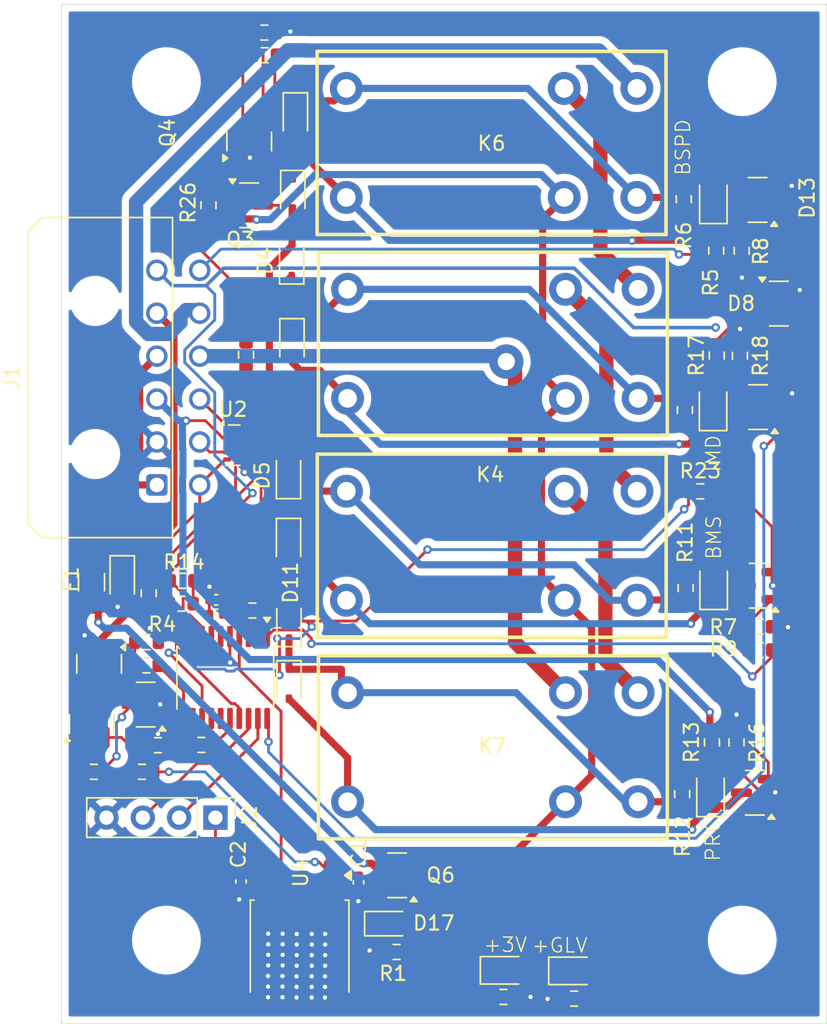
<source format=kicad_pcb>
(kicad_pcb (version 20241229) (generator "pcbnew") (generator_version "9.0")
  (layers (0 "F.Cu" signal) (2 "B.Cu" signal) (13 "F.Paste" user) (15 "B.Paste" user) (5 "F.SilkS" user "F.Silkscreen") (7 "B.SilkS" user "B.Silkscreen") (1 "F.Mask" user) (3 "B.Mask" user) (25 "Edge.Cuts" user))
  (net 0 "")
  (net 1 "GND")
  (net 2 "No_Faults")
  (net 3 "Net-(D5-K)")
  (net 4 "Net-(K5-Pad4)")
  (net 5 "SDC 2")
  (net 6 "/Drain_BMS")
  (net 7 "SDC 1")
  (net 8 "Net-(K4-Pad4)")
  (net 9 "/Drain_BSPD")
  (net 10 "Net-(D1-K)")
  (net 11 "Net-(D3-K)")
  (net 12 "/Drain_IMD")
  (net 13 "BSPD Fault")
  (net 14 "BMS Fault")
  (net 15 "Reset")
  (net 16 "Net-(Q10-G)")
  (net 17 "IMD_Gate")
  (net 18 "BSPD_gate")
  (net 19 "IMD Fault")
  (net 20 "Net-(K4-Pad5)")
  (net 21 "/Drain_Precharge")
  (net 22 "Net-(D10-K)")
  (net 23 "+3.3V")
  (net 24 "Net-(D11-A)")
  (net 25 "SWDIO")
  (net 26 "SWCLK")
  (net 27 "Reset_Latch")
  (net 30 "Net-(3V1-Pad1)")
  (net 31 "Net-(D13-A)")
  (net 32 "Net-(D14-A)")
  (net 33 "Net-(D15-A)")
  (net 34 "Net-(D16-A)")
  (net 35 "Net-(D17-A)")
  (net 36 "BAT+")
  (net 37 "Net-(Q6-D)")
  (net 38 "Net-(GLV1-Pad1)")
  (net 39 "Precharge_fault")
  (net 40 "BMS_Gate")
  (net 41 "Net-(Q9-G)")
  (net 42 "Net-(Q5-G)")
  (net 43 "Net-(Q8-G)")
  (net 44 "Net-(U5-PA4)")
  (net 46 "Net-(U5-PA9{slash}PA11)")
  (net 47 "GLV+")
  (net 48 "Net-(Q3-G)")
  (net 49 "Net-(Q4-G)")
  (net 50 "Net-(Q4-D)")
  (net 51 "Net-(Q11-G)")
  (net 54 "unconnected-(U5-PA3-Pad10)")
  (net 58 "Net-(U5-PA10{slash}PA12)")
  (net 59 "Net-(Q8-D)")
  (net 60 "Net-(Q12-G)")
  (net 61 "Extra_GPIO_LOW")
  (net 62 "Extra_GPIO_High")
  (net 63 "Net-(U5-PA6)")
  (footprint "Diode_SMD:D_SOD-323" (layer "F.Cu") (at 94.7 66.46 90)
    (property "Reference" "D5")
    (property "Value" "1N4148WX-TP" (hide yes))
  )
  (footprint "Capacitor_SMD:C_0402_1005Metric" (layer "F.Cu") (at 91.3775 94.825 -90)
    (property "Reference" "C2")
    (property "Value" "0.1μF" (hide yes))
  )
  (footprint "Resistor_SMD:R_0603_1608Metric" (layer "F.Cu") (at 87.205 75.41)
    (property "Reference" "R4")
    (property "Value" "10k")
  )
  (footprint "LED_SMD:LED_0805_2012Metric" (layer "F.Cu") (at 124.39 61.6325 90)
    (property "Reference" "D14" (hide yes))
    (property "Value" "IMD" (hide yes))
  )
  (footprint "Package_TO_SOT_SMD:TO-252-2" (layer "F.Cu") (at 95.475 99.435 -90)
    (property "Reference" "U4")
    (property "Value" "UA78M33QDCYRQ1" (hide yes))
  )
  (footprint "Diode_SMD:D_SOD-323" (layer "F.Cu") (at 94.73 76.7975 90)
    (property "Reference" "D11")
    (property "Value" "1N4148WX-TP" (hide yes))
  )
  (footprint "Resistor_SMD:R_0603_1608Metric" (layer "F.Cu") (at 123.495 67.56)
    (property "Reference" "R23")
    (property "Value" "8.3k")
  )
  (footprint "Resistor_SMD:R_0603_1608Metric" (layer "F.Cu") (at 124.31 85.1 90)
    (property "Reference" "R13")
    (property "Value" "47" (hide yes))
  )
  (footprint "Resistor_SMD:R_0603_1608Metric" (layer "F.Cu") (at 114.68 103.01 180)
    (property "Reference" "R21" (hide yes))
    (property "Value" "4.7kΩ" (hide yes))
  )
  (footprint "Resistor_SMD:R_0603_1608Metric" (layer "F.Cu") (at 84.92 74.68 90)
    (property "Reference" "R3" (hide yes))
    (property "Value" "100")
  )
  (footprint "easyeda2kicad:RELAYS-TH_HF42F-XX-2HSX-XXX" (layer "F.Cu") (at 108.9 43.21)
    (property "Reference" "K6")
    (property "Value" "HF42F/012-2HST" (hide yes))
  )
  (footprint "Capacitor_SMD:C_0402_1005Metric" (layer "F.Cu") (at 89.64 75.14 180)
    (property "Reference" "C7" (hide yes))
    (property "Value" "4.7μF" (hide yes))
  )
  (footprint "Package_SO:TSSOP-20_4.4x6.5mm_P0.65mm" (layer "F.Cu") (at 90.28 80.5675 -90)
    (property "Reference" "U5" (hide yes))
    (property "Value" "STM32C011F4Px" (hide yes))
  )
  (footprint "Resistor_SMD:R_0603_1608Metric" (layer "F.Cu") (at 126.03 85.1 -90)
    (property "Reference" "R16")
    (property "Value" "100k" (hide yes))
  )
  (footprint "Resistor_SMD:R_0603_1608Metric" (layer "F.Cu") (at 126.39 50.75 90)
    (property "Reference" "R8")
    (property "Value" "12k" (hide yes))
  )
  (footprint "Resistor_SMD:R_0603_1608Metric" (layer "F.Cu") (at 84.76 79.72 180)
    (property "Reference" "R15" (hide yes))
    (property "Value" "47")
  )
  (footprint "Resistor_SMD:R_0603_1608Metric" (layer "F.Cu") (at 89.1025 47.56 -90)
    (property "Reference" "R26")
    (property "Value" "100k")
  )
  (footprint "easyeda2kicad:RELAYS-TH_HF42F-XX-2HSX-XXX" (layer "F.Cu") (at 108.91 71.36)
    (property "Reference" "K4")
    (property "Value" "HF42F/012-2HST" (hide yes))
  )
  (footprint "LED_SMD:LED_0805_2012Metric" (layer "F.Cu") (at 114.58 101.07)
    (property "Reference" "GLV1" (hide yes))
    (property "Value" "Green" (hide yes))
  )
  (footprint "Package_TO_SOT_SMD:SOT-23" (layer "F.Cu") (at 80.9375 83.82 90)
    (property "Reference" "Q12" (hide yes))
    (property "Value" "AO3407A")
  )
  (footprint "easyeda2kicad:RELAYS-TH_HF42F-XX-2HSX-XXX" (layer "F.Cu") (at 108.99 57.25)
    (property "Reference" "K5" (hide yes))
    (property "Value" "HF42F/012-2HST" (hide yes))
  )
  (footprint "Resistor_SMD:R_0603_1608Metric" (layer "F.Cu") (at 85.57 85.3)
    (property "Reference" "R28" (hide yes))
    (property "Value" "100k" (hide yes))
  )
  (footprint "Resistor_SMD:R_0603_1608Metric" (layer "F.Cu") (at 127.65 77.02 180)
    (property "Reference" "R7")
    (property "Value" "100k")
  )
  (footprint "Diode_SMD:D_SOD-323" (layer "F.Cu") (at 95.18 41.32 -90)
    (property "Reference" "D1" (hide yes))
    (property "Value" "1N4148WX-TP" (hide yes))
  )
  (footprint "Package_TO_SOT_SMD:SOT-23" (layer "F.Cu") (at 91.95 43.11 90)
    (property "Reference" "Q4")
    (property "Value" "AO3400A")
  )
  (footprint "Resistor_SMD:R_0603_1608Metric" (layer "F.Cu") (at 91.73 58.015 90)
    (property "Reference" "R22" (hide yes))
    (property "Value" "47")
  )
  (footprint "Resistor_SMD:R_0603_1608Metric" (layer "F.Cu") (at 93.03 37.08)
    (property "Reference" "R25" (hide yes))
    (property "Value" "47")
  )
  (footprint "LED_SMD:LED_0805_2012Metric" (layer "F.Cu") (at 124.43 74.1325 90)
    (property "Reference" "D15" (hide yes))
    (property "Value" "BMS" (hide yes))
  )
  (footprint "Diode_SMD:D_SOD-323" (layer "F.Cu") (at 94.73 81 -90)
    (property "Reference" "D10" (hide yes))
    (property "Value" "1N4148WX-TP" (hide yes))
  )
  (footprint "Resistor_SMD:R_0603_1608Metric" (layer "F.Cu") (at 127.66 78.65)
    (property "Reference" "R9")
    (property "Value" "47")
  )
  (footprint "Package_TO_SOT_SMD:SOT-23" (layer "F.Cu") (at 127.54 61.6725 180)
    (property "Reference" "Q9" (hide yes))
    (property "Value" "AO3400A" (hide yes))
  )
  (footprint "Package_TO_SOT_SMD:SOT-23" (layer "F.Cu") (at 127.3125 88.62 180)
    (property "Reference" "Q11" (hide yes))
    (property "Value" "AO3400A" (hide yes))
  )
  (footprint "Resistor_SMD:R_0603_1608Metric" (layer "F.Cu") (at 81.09 87.16 180)
    (property "Reference" "R30" (hide yes))
    (property "Value" "47")
  )
  (footprint "Connector_PinHeader_2.54mm:PinHeader_1x04_P2.54mm_Vertical" (layer "F.Cu") (at 89.59 90.36 -90)
    (property "Reference" "J2")
    (property "Value" "Conn_01x04_Pin")
  )
  (footprint "Diode_SMD:D_SOD-323" (layer "F.Cu") (at 101.63 97.77)
    (property "Reference" "D17")
    (property "Value" "BZT52B-7-F")
  )
  (footprint "Resistor_SMD:R_0603_1608Metric" (layer "F.Cu") (at 109.7275 102.89125)
    (property "Reference" "R20" (hide yes))
    (property "Value" "820Ω" (hide yes))
  )
  (footprint "Resistor_SMD:R_0603_1608Metric" (layer "F.Cu") (at 124.61 50.74 -90)
    (property "Reference" "R5")
    (property "Value" "12k" (hide yes))
  )
  (footprint "Package_TO_SOT_SMD:SOT-23" (layer "F.Cu") (at 128.99 54.44)
    (property "Reference" "D8")
    (property "Value" "AZ23C10" (hide yes))
  )
  (footprint "Diode_SMD:D_SOD-323" (layer "F.Cu") (at 94.92 51.46 90)
    (property "Reference" "D4")
    (property "Value" "1N4148WX-TP" (hide yes))
  )
  (footprint "Resistor_SMD:R_0603_1608Metric" (layer "F.Cu") (at 88.61 85.28 180)
    (property "Reference" "R29" (hide yes))
    (property "Value" "47")
  )
  (footprint "Package_TO_SOT_SMD:SOT-23" (layer "F.Cu") (at 102.29 94.3925 180)
    (property "Reference" "Q6")
    (property "Value" "AO3401A" (hide yes))
  )
  (footprint "Package_TO_SOT_SMD:SOT-23" (layer "F.Cu") (at 81.4525 79.615 -90)
    (property "Reference" "Q5" (hide yes))
    (property "Value" "AO3400A")
  )
  (footprint "Resistor_SMD:R_0603_1608Metric" (layer "F.Cu") (at 87.255 73.81)
    (property "Reference" "R14")
    (property "Value" "10k")
  )
  (footprint "Resistor_SMD:R_0603_1608Metric" (layer "F.Cu") (at 122.42 61.88 -90)
    (property "Reference" "R10" (hide yes))
    (property "Value" "10k" (hide yes))
  )
  (footprint "Resistor_SMD:R_0603_1608Metric" (layer "F.Cu") (at 124.65 58.075 90)
    (property "Reference" "R17")
    (property "Value" "47" (hide yes))
  )
  (footprint "Capacitor_SMD:C_0402_1005Metric" (layer "F.Cu") (at 99.5975 94.885 -90)
    (property "Reference" "C1")
    (property "Value" "0.33μF" (hide yes))
  )
  (footprint "Resistor_SMD:R_0603_1608Metric" (layer "F.Cu") (at 93.01 35.5 180)
    (property "Reference" "R27" (hide yes))
    (property "Value" "100k")
  )
  (footprint "Package_SON:USON-10_2.5x1.0mm_P0.5mm" (layer "F.Cu") (at 90.795 64.33)
    (property "Reference" "U2")
    (property "Value" "TPD4E05U06DQA")
  )
  (footprint "Package_TO_SOT_SMD:SOT-23" (layer "F.Cu") (at 127.58 74.1525 180)
    (property "Reference" "Q10" (hide yes))
    (property "Value" "AO3400A" (hide yes))
  )
  (footprint "LED_SMD:LED_0805_2012Metric" (layer "F.Cu") (at 109.7975 101.03125)
    (property "Reference" "3V1" (hide yes))
    (property "Value" "Green" (hide yes))
  )
  (footprint "LED_SMD:LED_0805_2012Metric" (layer "F.Cu") (at 124.41 47.16 90)
    (property "Reference" "D13")
    (property "Value" "BSPD" (hide yes))
  )
  (footprint "Resistor_SMD:R_0603_1608Metric" (layer "F.Cu") (at 92.17 75.89)
    (property "Reference" "R19" (hide yes))
    (property "Value" "27k" (hide yes))
  )
  (footprint "Package_TO_SOT_SMD:SOT-23" (layer "F.Cu") (at 127.5 47.1925 180)
    (property "Reference" "Q1" (hide yes))
    (property "Value" "AO3400A" (hide yes))
  )
  (footprint "MountingHole:MountingHole_4.3mm_M4" (layer "F.Cu") (at 86.16 38.93)
    (property "Reference" "H2" (hide yes))
    (property "Value" "MountingHole" (hide yes))
  )
  (footprint "Fuse:Fuse_1206_3216Metric_Pad1.42x1.75mm_HandSolder" (layer "F.Cu") (at 80.92 73.91 -90)
    (property "Reference" "F1")
    (property "Value" "0.25 A" (hide yes))
  )
  (footprint "Resistor_SMD:R_0603_1608Metric" (layer "F.Cu") (at 122.47 74.325 -90)
    (property "Reference" "R11")
    (property "Value" "10k" (hide yes))
  )
  (footprint "MountingHole:MountingHole_4.3mm_M4" (layer "F.Cu") (at 126.43 98.92)
    (property "Reference" "H3" (hide yes))
    (property "Value" "MountingHole" (hide yes))
  )
  (footprint "Resistor_SMD:R_0603_1608Metric" (layer "F.Cu") (at 126.27 58.085 -90)
    (property "Reference" "R18")
    (property "Value" "12k" (hide yes))
  )
  (footprint "Resistor_SMD:R_0603_1608Metric" (layer "F.Cu") (at 122.23 88.72 -90)
    (property "Reference" "R12")
    (property "Value" "10k" (hide yes))
  )
  (footprint "Capacitor_SMD:C_0402_1005Metric" (layer "F.Cu") (at 89.64 76.15)
    (property "Reference" "C6" (hide yes))
    (property "Value" "100nF" (hide yes))
  )
  (footprint "Diode_SMD:D_SOD-323" (layer "F.Cu") (at 95 46.74 -90)
    (property "Reference" "D2" (hide yes))
    (property "Value" "1N4148WX-TP" (hide yes))
  )
  (footprint "Package_TO_SOT_SMD:SOT-23" (layer "F.Cu") (at 84.7125 82.46 180)
    (property "Reference" "Q8" (hide yes))
    (property "Value" "AO3400A")
  )
  (footprint "MountingHole:MountingHole_4.3mm_M4" (layer "F.Cu") (at 126.43 38.93)
    (property "Reference" "H1" (hide yes))
    (property "Value" "MountingHole" (hide yes))
  )
  (footprint "Resistor_SMD:R_0603_1608Metric" (layer "F.Cu") (at 84.77 78.1 180)
    (property "Reference" "R2" (hide yes))
    (property "Value" "100k" (hide yes))
  )
  (footprint "MountingHole:MountingHole_4.3mm_M4" (layer "F.Cu") (at 86.16 98.92)
    (property "Reference" "H4" (hide yes))
    (property "Value" "MountingHole" (hide yes))
  )
  (footprint "Diode_SMD:D_SOD-323" (layer "F.Cu") (at 94.94 57.1 -90)
    (property "Reference" "D3" (hide yes))
    (property "Value" "1N4148WX-TP" (hide yes))
  )
  (footprint "Resistor_SMD:R_0603_1608Metric" (layer "F.Cu") (at 102.25 99.75 180)
    (property "Reference" "R1")
    (property "Value" "13k" (hide yes))
  )
  (footprint "Resistor_SMD:R_0603_1608Metric" (layer "F.Cu") (at 122.34 47.14 -90)
    (property "Reference" "R6")
    (property "Value" "10k" (hide yes))
  )
  (footprint "Diode_SMD:D_SOD-323" (layer "F.Cu") (at 94.7 71.06 -90)
    (property "Reference" "D6" (hide yes))
    (property "Value" "1N4148WX-TP" (hide yes))
  )
  (footprint "Diode_SMD:D_SOD-323" (layer "F.Cu") (at 83.07 73.67 -90)
    (property "Reference" "D7" (hide yes))
    (property "Value" "SD15_SOD323")
  )
  (footprint "Resistor_SMD:R_0603_1608Metric" (layer "F.Cu") (at 84.45 87.16)
    (property "Reference" "R31" (hide yes))
    (property "Value" "100k")
  )
  (footprint "LED_SMD:LED_0805_2012Metric" (layer "F.Cu") (at 124.21 88.61 90)
    (property "Reference" "D16" (hide yes))
    (property "Value" "Precharge" (hide yes))
  )
  (footprint "Package_TO_SOT_SMD:SOT-23" (layer "F.Cu") (at 91.94 47.57)
    (property "Reference" "Q3")
    (property "Value" "AO3407A" (hide yes))
  )
  (footprint "Connector_Molex:Molex_Micro-Fit_3.0_43045-1200_2x06_P3.00mm_Horizontal" (layer "F.Cu") (at 85.49 67.11 90)
    (property "Reference" "J1")
    (property "Value" "043045-1212")
  )
  (footprint "easyeda2kicad:RELAYS-TH_HF42F-XX-2HSX-XXX" (layer "F.Cu") (at 108.99 85.44)
    (property "Reference" "K7")
    (property "Value" "HF42F/012-2HST" (hide yes))
  )
  (gr_rect (start 78.82 33.52) (end 132.34 104.76) (stroke (width 0.05)) (fill no) (layer "Edge.Cuts"))
  (gr_text "+GLV" (at 111.6525 99.87125 0) (layer "F.SilkS") (effects (font (size 1 1) (thickness 0.1)) (justify left bottom)))
  (gr_text "BMS" (at 125.02 72.4 90) (layer "F.SilkS") (effects (font (size 1 1) (thickness 0.1)) (justify left bottom)))
  (gr_text "IMD" (at 124.99 66.29 90) (layer "F.SilkS") (effects (font (size 1 1) (thickness 0.1)) (justify left bottom)))
  (gr_text "PRC" (at 124.97 93.49 90) (layer "F.SilkS") (effects (font (size 1 1) (thickness 0.1)) (justify left bottom)))
  (gr_text "BSPD" (at 122.87 45.56 90) (layer "F.SilkS") (effects (font (size 1 1) (thickness 0.1)) (justify left bottom)))
  (gr_text "+3V" (at 108.2825 99.83125 0) (layer "F.SilkS") (effects (font (size 1 1) (thickness 0.1)) (justify left bottom)))
  (segment (start 126.39 52.6) (end 126.41 52.62) (width 0.2) (layer "F.Cu") (net 1))
  (segment (start 91.25 96.08) (end 91.3125 96.0175) (width 0.2) (layer "F.Cu") (net 1))
  (segment (start 81.85 89.81) (end 81.88 89.78) (width 0.2) (layer "F.Cu") (net 1))
  (segment (start 128.5175 74.0775) (end 128.59 74.15) (width 0.2) (layer "F.Cu") (net 1))
  (segment (start 85.495 77.824466) (end 85.495 78.41) (width 0.2) (layer "F.Cu") (net 1))
  (segment (start 101.425 99.75) (end 100.48 99.75) (width 0.2) (layer "F.Cu") (net 1))
  (segment (start 91.929 64.459) (end 91.929 65.911) (width 0.2) (layer "F.Cu") (net 1))
  (segment (start 129.9275 54.0125) (end 130.45 53.49) (width 0.2) (layer "F.Cu") (net 1))
  (segment (start 113.855 103.01) (end 112.84 103.01) (width 0.2) (layer "F.Cu") (net 1))
  (segment (start 85.000735 77.109265) (end 85.000735 77.330201) (width 0.2) (layer "F.Cu") (net 1))
  (segment (start 90.61 77.71) (end 90.605 77.705) (width 0.2) (layer "F.Cu") (net 1))
  (segment (start 83.07 75.31) (end 82.75 75.63) (width 0.2) (layer "F.Cu") (net 1))
  (segment (start 129.6 77.02) (end 129.63 77.05) (width 0.2) (layer "F.Cu") (net 1))
  (segment (start 129.9075 60.7225) (end 129.92 60.71) (width 0.2) (layer "F.Cu") (net 1))
  (segment (start 128.25 87.67) (end 128.25 88.1) (width 0.2) (layer "F.Cu") (net 1))
  (segment (start 89.16 74.23) (end 89.17 74.22) (width 0.2) (layer "F.Cu") (net 1))
  (segment (start 129.8575 46.2425) (end 129.89 46.21) (width 0.2) (layer "F.Cu") (net 1))
  (segment (start 110.5525 102.89125) (end 111.6275 102.89125) (width 0.2) (layer "F.Cu") (net 1))
  (segment (start 100.48 99.75) (end 100.37 99.64) (width 0.2) (layer "F.Cu") (net 1))
  (segment (start 99.5975 96.1825) (end 99.58 96.2) (width 0.2) (layer "F.Cu") (net 1))
  (segment (start 90.54 64.3) (end 91.31 64.3) (width 0.2) (layer "F.Cu") (net 1))
  (segment (start 93.8025 35.4625) (end 93.84 35.425) (width 0.2) (layer "F.Cu") (net 1))
  (segment (start 83.07 74.72) (end 83.07 75.31) (width 0.2) (layer "F.Cu") (net 1))
  (segment (start 128.25 86.495) (end 128.25 87.67) (width 0.2) (layer "F.Cu") (net 1))
  (segment (start 99.5975 95.365) (end 99.5975 96.1825) (width 0.2) (layer "F.Cu") (net 1))
  (segment (start 85.000735 77.330201) (end 85.495 77.824466) (width 0.2) (layer "F.Cu") (net 1))
  (segment (start 124.32 67.56) (end 126.04 67.56) (width 0.2) (layer "F.Cu") (net 1))
  (segment (start 89.16 75.14) (end 89.16 74.23) (width 0.2) (layer "F.Cu") (net 1))
  (segment (start 91.929 65.911) (end 91.63 66.21) (width 0.2) (layer "F.Cu") (net 1))
  (segment (start 128.25 88.1) (end 128.74 88.59) (width 0.2) (layer "F.Cu") (net 1))
  (segment (start 126.27 57.26) (end 126.27 56.22) (width 0.2) (layer "F.Cu") (net 1))
  (segment (start 85.65 81.51) (end 85.65 82.38) (width 0.2) (layer "F.Cu") (net 1))
  (segment (start 80.41 77.65) (end 80.41 78.585) (width 0.5) (layer "F.Cu") (net 1))
  (segment (start 90.605 77.705) (end 90.605 79.505) (width 0.2) (layer "F.Cu") (net 1))
  (segment (start 80.41 78.585) (end 80.5025 78.6775) (width 0.2) (layer "F.Cu") (net 1))
  (segment (start 93.835 35.5) (end 94.76 35.5) (width 0.2) (layer "F.Cu") (net 1))
  (segment (start 92.1925 44.0475) (end 92 44.24) (width 0.2) (layer "F.Cu") (net 1))
  (segment (start 128.4775 60.7225) (end 129.9075 60.7225) (width 0.2) (layer "F.Cu") (net 1))
  (segment (start 92.9 44.0475) (end 92.1925 44.0475) (width 0.2) (layer "F.Cu") (net 1))
  (segment (start 128.4375 46.2425) (end 129.8575 46.2425) (width 0.2) (layer "F.Cu") (net 1))
  (segment (start 126.39 51.575) (end 126.39 52.6) (width 0.2) (layer "F.Cu") (net 1))
  (segment (start 91.3125 96.0175) (end 91.3125 95.37) (width 0.2) (layer "F.Cu") (net 1))
  (segment (start 126.03 84.275) (end 126.03 83.16) (width 0.2) (layer "F.Cu") (net 1))
  (segment (start 94.715 98.625) (end 94.715 99.46) (width 0.2) (layer "F.Cu") (net 1))
  (segment (start 128.5175 73.2025) (end 128.5175 74.0775) (width 0.2) (layer "F.Cu") (net 1))
  (segment (start 126.04 67.56) (end 128.5175 70.0375) (width 0.2) (layer "F.Cu") (net 1))
  (segment (start 90.605 79.505) (end 90.62 79.52) (width 0.2) (layer "F.Cu") (net 1))
  (segment (start 126.03 84.275) (end 128.25 86.495) (width 0.2) (layer "F.Cu") (net 1))
  (segment (start 89.16 76.15) (end 89.16 75.14) (width 0.2) (layer "F.Cu") (net 1))
  (segment (start 91.77 64.3) (end 91.929 64.459) (width 0.2) (layer "F.Cu") (net 1))
  (segment (start 126.27 56.22) (end 126.28 56.21) (width 0.2) (layer "F.Cu") (net 1))
  (segment (start 128.5175 70.0375) (end 128.5175 73.2025) (width 0.2) (layer "F.Cu") (net 1))
  (segment (start 128.475 77.02) (end 129.6 77.02) (width 0.2) (layer "F.Cu") (net 1))
  (segment (start 94.76 35.5) (end 94.83 35.43) (width 0.2) (layer "F.Cu") (net 1))
  (segment (start 80.44 77.62) (end 80.41 77.65) (width 0.5) (layer "F.Cu") (net 1))
  (segment (start 129.9275 54.44) (end 129.9275 54.0125) (width 0.2) (layer "F.Cu") (net 1))
  (segment (start 84.78 85.3) (end 85.57 84.51) (width 0.2) (layer "F.Cu") (net 1))
  (segment (start 91.31 64.3) (end 91.77 64.3) (width 0.2) (layer "F.Cu") (net 1))
  (segment (start 91.3125 95.37) (end 91.3775 95.305) (width 0.2) (layer "F.Cu") (net 1))
  (segment (start 84.745 85.3) (end 84.78 85.3) (width 0.2) (layer "F.Cu") (net 1))
  (segment (start 85.65 82.38) (end 85.72 82.45) (width 0.2) (layer "F.Cu") (net 1))
  (segment (start 112.84 103.01) (end 112.82 103.03) (width 0.2) (layer "F.Cu") (net 1))
  (via (at 94.29 98.47) (size 0.6) (drill 0.3) (layers "F.Cu" "B.Cu") (net 1))
  (via (at 94.83 35.43) (size 0.6) (drill 0.3) (layers "F.Cu" "B.Cu") (net 1))
  (via (at 94.28 101.43) (size 0.6) (drill 0.3) (layers "F.Cu" "B.Cu") (net 1))
  (via (at 95.26 102.19) (size 0.6) (drill 0.3) (layers "F.Cu" "B.Cu") (net 1))
  (via (at 99.58 96.2) (size 0.6) (drill 0.3) (layers "F.Cu" "B.Cu") (net 1))
  (via (at 111.6275 102.89125) (size 0.6) (drill 0.3) (layers "F.Cu" "B.Cu") (net 1))
  (via (at 129.92 60.71) (size 0.6) (drill 0.3) (layers "F.Cu" "B.Cu") (net 1))
  (via (at 96.32 101.45) (size 0.6) (drill 0.3) (layers "F.Cu" "B.Cu") (net 1))
  (via (at 97.26 99.23) (size 0.6) (drill 0.3) (layers "F.Cu" "B.Cu") (net 1))
  (via (at 96.33 99.97) (size 0.6) (drill 0.3) (layers "F.Cu" "B.Cu") (net 1))
  (via (at 96.33 99.23) (size 0.6) (drill 0.3) (layers "F.Cu" "B.Cu") (net 1))
  (via (at 128.59 74.15) (size 0.6) (drill 0.3) (layers "F.Cu" "B.Cu") (net 1))
  (via (at 112.82 103.03) (size 0.6) (drill 0.3) (layers "F.Cu" "B.Cu") (net 1))
  (via (at 85.57 84.51) (size 0.6) (drill 0.3) (layers "F.Cu" "B.Cu") (net 1))
  (via (at 94.29 99.95) (size 0.6) (drill 0.3) (layers "F.Cu" "B.Cu") (net 1))
  (via (at 93.28 99.95) (size 0.6) (drill 0.3) (layers "F.Cu" "B.Cu") (net 1))
  (via (at 97.26 100.71) (size 0.6) (drill 0.3) (layers "F.Cu" "B.Cu") (net 1))
  (via (at 95.26 102.93) (size 0.6) (drill 0.3) (layers "F.Cu" "B.Cu") (net 1))
  (via (at 93.28 98.47) (size 0.6) (drill 0.3) (layers "F.Cu" "B.Cu") (net 1))
  (via (at 93.28 99.21) (size 0.6) (drill 0.3) (layers "F.Cu" "B.Cu") (net 1))
  (via (at 129.89 46.21) (size 0.6) (drill 0.3) (layers "F.Cu" "B.Cu") (net 1))
  (via (at 128.74 88.59) (size 0.6) (drill 0.3) (layers "F.Cu" "B.Cu") (net 1))
  (via (at 96.32 102.93) (size 0.6) (drill 0.3) (layers "F.Cu" "B.Cu") (net 1))
  (via (at 126.03 83.16) (size 0.6) (drill 0.3) (layers "F.Cu" "B.Cu") (net 1))
  (via (at 80.44 77.62) (size 0.6) (drill 0.3) (layers "F.Cu" "B.Cu") (net 1))
  (via (at 82.75 75.63) (size 0.6) (drill 0.3) (layers "F.Cu" "B.Cu") (net 1))
  (via (at 89.17 74.22) (size 0.6) (drill 0.3) (layers "F.Cu" "B.Cu") (net 1))
  (via (at 126.28 56.21) (size 0.6) (drill 0.3) (layers "F.Cu" "B.Cu") (net 1))
  (via (at 93.27 101.43) (size 0.6) (drill 0.3) (layers "F.Cu" "B.Cu") (net 1))
  (via (at 130.45 53.49) (size 0.6) (drill 0.3) (layers "F.Cu" "B.Cu") (net 1))
  (via (at 95.27 99.97) (size 0.6) (drill 0.3) (layers "F.Cu" "B.Cu") (net 1))
  (via (at 91.25 96.08) (size 0.6) (drill 0.3) (layers "F.Cu" "B.Cu") (net 1))
  (via (at 129.63 77.05) (size 0.6) (drill 0.3) (layers "F.Cu" "B.Cu") (net 1))
  (via (at 93.28 100.69) (size 0.6) (drill 0.3) (layers "F.Cu" "B.Cu") (net 1))
  (via (at 97.25 102.19) (size 0.6) (drill 0.3) (layers "F.Cu" "B.Cu") (net 1))
  (via (at 97.25 101.45) (size 0.6) (drill 0.3) (layers "F.Cu" "B.Cu") (net 1))
  (via (at 85.000735 77.109265) (size 0.6) (drill 0.3) (layers "F.Cu" "B.Cu") (net 1))
  (via (at 95.27 98.49) (size 0.6) (drill 0.3) (layers "F.Cu" "B.Cu") (net 1))
  (via (at 94.29 99.21) (size 0.6) (drill 0.3) (layers "F.Cu" "B.Cu") (net 1))
  (via (at 97.25 102.93) (size 0.6) (drill 0.3) (layers "F.Cu" "B.Cu") (net 1))
  (via (at 94.28 102.17) (size 0.6) (drill 0.3) (layers "F.Cu" "B.Cu") (net 1))
  (via (at 96.33 98.49) (size 0.6) (drill 0.3) (layers "F.Cu" "B.Cu") (net 1))
  (via (at 97.26 99.97) (size 0.6) (drill 0.3) (layers "F.Cu" "B.Cu") (net 1))
  (via (at 126.41 52.62) (size 0.6) (drill 0.3) (layers "F.Cu" "B.Cu") (net 1))
  (via (at 100.37 99.64) (size 0.6) (drill 0.3) (layers "F.Cu" "B.Cu") (net 1))
  (via (at 90.62 79.52) (size 0.6) (drill 0.3) (layers "F.Cu" "B.Cu") (net 1))
  (via (at 95.26 101.45) (size 0.6) (drill 0.3) (layers "F.Cu" "B.Cu") (net 1))
  (via (at 96.33 100.71) (size 0.6) (drill 0.3) (layers "F.Cu" "B.Cu") (net 1))
  (via (at 92 44.24) (size 0.6) (drill 0.3) (layers "F.Cu" "B.Cu") (net 1))
  (via (at 85.72 82.45) (size 0.6) (drill 0.3) (layers "F.Cu" "B.Cu") (net 1))
  (via (at 96.32 102.19) (size 0.6) (drill 0.3) (layers "F.Cu" "B.Cu") (net 1))
  (via (at 91.63 66.21) (size 0.6) (drill 0.3) (layers "F.Cu" "B.Cu") (net 1))
  (via (at 93.27 102.17) (size 0.6) (drill 0.3) (layers "F.Cu" "B.Cu") (net 1))
  (via (at 94.29 100.69) (size 0.6) (drill 0.3) (layers "F.Cu" "B.Cu") (net 1))
  (via (at 97.26 98.49) (size 0.6) (drill 0.3) (layers "F.Cu" "B.Cu") (net 1))
  (via (at 95.27 100.71) (size 0.6) (drill 0.3) (layers "F.Cu" "B.Cu") (net 1))
  (via (at 94.28 102.91) (size 0.6) (drill 0.3) (layers "F.Cu" "B.Cu") (net 1))
  (via (at 95.27 99.23) (size 0.6) (drill 0.3) (layers "F.Cu" "B.Cu") (net 1))
  (via (at 93.27 102.91) (size 0.6) (drill 0.3) (layers "F.Cu" "B.Cu") (net 1))
  (segment (start 88.49 67.11) (end 90.29 65.31) (width 0.2) (layer "F.Cu") (net 2))
  (segment (start 88.49 67.11) (end 88.49 68.829232) (width 0.2) (layer "F.Cu") (net 2))
  (segment (start 88.49 68.829232) (end 84.74 72.579232) (width 0.2) (layer "F.Cu") (net 2))
  (segment (start 90.29 65.31) (end 90.42 65.31) (width 0.2) (layer "F.Cu") (net 2))
  (segment (start 84.74 72.579232) (end 84.74 73.935) (width 0.2) (layer "F.Cu") (net 2))
  (segment (start 94.7 67.51) (end 94.7 70.01) (width 0.5) (layer "F.Cu") (net 3))
  (segment (start 122.47 75.15) (end 119.09 75.15) (width 0.5) (layer "F.Cu") (net 3))
  (segment (start 94.7 67.54) (end 97.81 67.54) (width 0.5) (layer "F.Cu") (net 3))
  (segment (start 119.09 75.15) (end 119.07 75.17) (width 0.2) (layer "F.Cu") (net 3))
  (segment (start 114.66 72.69) (end 103.89 72.69) (width 0.5) (layer "B.Cu") (net 3))
  (segment (start 119.07 75.17) (end 117.14 75.17) (width 0.5) (layer "B.Cu") (net 3))
  (segment (start 117.14 75.17) (end 114.66 72.69) (width 0.5) (layer "B.Cu") (net 3))
  (segment (start 103.89 72.69) (end 98.75 67.55) (width 0.5) (layer "B.Cu") (net 3))
  (segment (start 113.98 39.4) (end 115.431 40.851) (width 1) (layer "F.Cu") (net 4))
  (segment (start 116.51 41.93) (end 116.51 50.8) (width 1) (layer "F.Cu") (net 4))
  (segment (start 115.431 40.851) (end 116.51 41.93) (width 1) (layer "F.Cu") (net 4))
  (segment (start 116.51 50.8) (end 119.15 53.44) (width 1) (layer "F.Cu") (net 4))
  (segment (start 109.93 58.49) (end 110.54 59.1) (width 1) (layer "F.Cu") (net 5))
  (segment (start 110.54 59.1) (end 110.54 78.1) (width 1) (layer "F.Cu") (net 5))
  (segment (start 110.54 78.1) (end 114.07 81.63) (width 1) (layer "F.Cu") (net 5))
  (via (at 109.93 58.49) (size 2.4) (drill 1.2) (layers "F.Cu" "B.Cu") (net 5))
  (segment (start 109.93 58.49) (end 109.55 58.11) (width 1) (layer "B.Cu") (net 5))
  (segment (start 109.93 58.49) (end 109.93 58.47) (width 1) (layer "B.Cu") (net 5))
  (segment (start 109.55 58.11) (end 88.49 58.11) (width 1) (layer "B.Cu") (net 5))
  (segment (start 122.84 76.66) (end 124.43 75.07) (width 0.5) (layer "F.Cu") (net 6))
  (segment (start 122.84 76.81) (end 122.84 76.66) (width 0.5) (layer "F.Cu") (net 6))
  (segment (start 124.43 75.07) (end 125.725 75.07) (width 0.5) (layer "F.Cu") (net 6))
  (segment (start 94.7 72.14) (end 95.72 72.14) (width 0.5) (layer "F.Cu") (net 6))
  (segment (start 125.725 75.07) (end 126.6425 74.1525) (width 0.5) (layer "F.Cu") (net 6))
  (segment (start 95.72 72.14) (end 98.75 75.17) (width 0.5) (layer "F.Cu") (net 6))
  (via (at 122.84 76.81) (size 0.6) (drill 0.3) (layers "F.Cu" "B.Cu") (net 6))
  (segment (start 98.75 75.17) (end 100.39 76.81) (width 0.5) (layer "B.Cu") (net 6))
  (segment (start 100.39 76.81) (end 122.84 76.81) (width 0.5) (layer "B.Cu") (net 6))
  (segment (start 94.634372 36.74) (end 95.91 36.74) (width 1) (layer "B.Cu") (net 7))
  (segment (start 88.27 54.89) (end 87.53 54.89) (width 1) (layer "B.Cu") (net 7))
  (segment (start 86.349 56.561) (end 84.888976 56.561) (width 1) (layer "B.Cu") (net 7))
  (segment (start 88.49 55.11) (end 88.27 54.89) (width 1) (layer "B.Cu") (net 7))
  (segment (start 84.039 55.711024) (end 84.039 47.335372) (width 1) (layer "B.Cu") (net 7))
  (segment (start 116.41 36.75) (end 119.06 39.4) (width 1) (layer "B.Cu") (net 7))
  (segment (start 87.53 54.89) (end 87.15 55.27) (width 1) (layer "B.Cu") (net 7))
  (segment (start 95.92 36.75) (end 116.41 36.75) (width 1) (layer "B.Cu") (net 7))
  (segment (start 87.15 55.76) (end 86.349 56.561) (width 1) (layer "B.Cu") (net 7))
  (segment (start 84.039 47.335372) (end 94.634372 36.74) (width 1) (layer "B.Cu") (net 7))
  (segment (start 95.91 36.74) (end 95.92 36.75) (width 1) (layer "B.Cu") (net 7))
  (segment (start 84.888976 56.561) (end 84.039 55.711024) (width 1) (layer "B.Cu") (net 7))
  (segment (start 87.15 55.27) (end 87.15 55.76) (width 1) (layer "B.Cu") (net 7))
  (segment (start 116.93 56.3) (end 114.07 53.44) (width 1) (layer "F.Cu") (net 8))
  (segment (start 116.93 65.41) (end 116.93 56.3) (width 1) (layer "F.Cu") (net 8))
  (segment (start 119.07 67.55) (end 116.93 65.41) (width 1) (layer "F.Cu") (net 8))
  (segment (start 125.6575 48.0975) (end 126.5625 47.1925) (width 0.5) (layer "F.Cu") (net 9))
  (segment (start 98.74 47.02) (end 95.3591 43.6391) (width 0.5) (layer "F.Cu") (net 9))
  (segment (start 118.74 50.01) (end 122.4975 50.01) (width 0.5) (layer "F.Cu") (net 9))
  (segment (start 118.72 50.03) (end 118.74 50.01) (width 0.5) (layer "F.Cu") (net 9))
  (segment (start 124.41 48.0975) (end 125.6575 48.0975) (width 0.5) (layer "F.Cu") (net 9))
  (segment (start 95.3591 43.6391) (end 95.3591 42.37) (width 0.5) (layer "F.Cu") (net 9))
  (segment (start 122.4975 50.01) (end 124.41 48.0975) (width 0.5) (layer "F.Cu") (net 9))
  (via (at 118.72 50.03) (size 0.6) (drill 0.3) (layers "F.Cu" "B.Cu") (net 9))
  (segment (start 101.74 50.02) (end 98.74 47.02) (width 0.5) (layer "B.Cu") (net 9))
  (segment (start 98.7 46.98) (end 98.74 47.02) (width 0.5) (layer "B.Cu") (net 9))
  (segment (start 118.72 50.03) (end 118.71 50.02) (width 0.5) (layer "B.Cu") (net 9))
  (segment (start 118.71 50.02) (end 101.74 50.02) (width 0.5) (layer "B.Cu") (net 9))
  (segment (start 121.395 47.02) (end 122.34 47.965) (width 0.5) (layer "F.Cu") (net 10))
  (segment (start 94.95 44.69) (end 94.504 44.244) (width 0.5) (layer "F.Cu") (net 10))
  (segment (start 95.18 40.27) (end 97.87 40.27) (width 0.5) (layer "F.Cu") (net 10))
  (segment (start 98.43 39.09) (end 98.74 39.4) (width 0.5) (layer "F.Cu") (net 10))
  (segment (start 97.87 40.27) (end 98.74 39.4) (width 0.5) (layer "F.Cu") (net 10))
  (segment (start 94.95 45.69) (end 94.95 44.69) (width 0.5) (layer "F.Cu") (net 10))
  (segment (start 94.504 44.244) (end 94.504 40.946) (width 0.5) (layer "F.Cu") (net 10))
  (segment (start 94.504 40.946) (end 95.18 40.27) (width 0.5) (layer "F.Cu") (net 10))
  (segment (start 119.06 47.02) (end 121.395 47.02) (width 0.5) (layer "F.Cu") (net 10))
  (segment (start 111.44 39.4) (end 119.06 47.02) (width 0.5) (layer "B.Cu") (net 10))
  (segment (start 98.74 39.4) (end 111.44 39.4) (width 0.5) (layer "B.Cu") (net 10))
  (segment (start 94.55 55.66) (end 94.94 56.05) (width 0.5) (layer "F.Cu") (net 11))
  (segment (start 94.55 52.88) (end 94.55 55.66) (width 0.5) (layer "F.Cu") (net 11))
  (segment (start 94.95 56.04) (end 96.23 56.04) (width 0.5) (layer "F.Cu") (net 11))
  (segment (start 120.775 61.06) (end 122.42 62.705) (width 0.5) (layer "F.Cu") (net 11))
  (segment (start 96.23 56.04) (end 98.83 53.44) (width 0.5) (layer "F.Cu") (net 11))
  (segment (start 119.15 61.06) (end 120.775 61.06) (width 0.5) (layer "F.Cu") (net 11))
  (segment (start 94.94 56.05) (end 94.95 56.04) (width 0.5) (layer "F.Cu") (net 11))
  (segment (start 94.92 52.51) (end 94.55 52.88) (width 0.5) (layer "F.Cu") (net 11))
  (segment (start 98.83 53.44) (end 111.53 53.44) (width 0.5) (layer "B.Cu") (net 11))
  (segment (start 111.53 53.44) (end 119.15 61.06) (width 0.5) (layer "B.Cu") (net 11))
  (segment (start 96.88 59.11) (end 98.83 61.06) (width 0.5) (layer "F.Cu") (net 12))
  (segment (start 122 64.26) (end 122.7 64.26) (width 0.5) (layer "F.Cu") (net 12))
  (segment (start 94.94 58.53) (end 95.51 59.1) (width 0.5) (layer "F.Cu") (net 12))
  (segment (start 124.39 62.57) (end 125.6425 62.57) (width 0.5) (layer "F.Cu") (net 12))
  (segment (start 95.51 59.1) (end 96.88 59.1) (width 0.5) (layer "F.Cu") (net 12))
  (segment (start 122.7 64.26) (end 124.39 62.57) (width 0.5) (layer "F.Cu") (net 12))
  (segment (start 96.88 59.1) (end 96.88 59.11) (width 0.5) (layer "F.Cu") (net 12))
  (segment (start 125.6425 62.57) (end 126.6125 61.6) (width 0.5) (layer "F.Cu") (net 12))
  (via (at 122 64.26) (size 0.6) (drill 0.3) (layers "F.Cu" "B.Cu") (net 12))
  (segment (start 120.78 64.27) (end 101.12 64.27) (width 0.5) (layer "B.Cu") (net 12))
  (segment (start 122 64.26) (end 120.79 64.26) (width 0.5) (layer "B.Cu") (net 12))
  (segment (start 98.83 61.98) (end 98.83 61.06) (width 0.5) (layer "B.Cu") (net 12))
  (segment (start 120.79 64.26) (end 120.78 64.27) (width 0.5) (layer "B.Cu") (net 12))
  (segment (start 101.12 64.27) (end 98.83 61.98) (width 0.5) (layer "B.Cu") (net 12))
  (segment (start 124.195 51.15) (end 124.61 51.565) (width 0.2) (layer "F.Cu") (net 13))
  (segment (start 122.8 51) (end 122.95 51.15) (width 0.2) (layer "F.Cu") (net 13))
  (segment (start 122.01 51) (end 122.8 51) (width 0.2) (layer "F.Cu") (net 13))
  (segment (start 122.95 51.15) (end 124.195 51.15) (width 0.2) (layer "F.Cu") (net 13))
  (via (at 122.01 51) (size 0.6) (drill 0.3) (layers "F.Cu" "B.Cu") (net 13))
  (segment (start 89.97 50.63) (end 121.64 50.63) (width 0.2) (layer "B.Cu") (net 13))
  (segment (start 121.64 50.63) (end 122.01 51) (width 0.2) (layer "B.Cu") (net 13))
  (segment (start 88.49 52.11) (end 89.97 50.63) (width 0.2) (layer "B.Cu") (net 13))
  (segment (start 89.19 64.81) (end 90.42 64.81) (width 0.2) (layer "F.Cu") (net 14))
  (segment (start 85.729 74.759) (end 85.729 72.716936) (width 0.2) (layer "F.Cu") (net 14))
  (segment (start 88.005 77.041) (end 88.005 77.705) (width 0.2) (layer "F.Cu") (net 14))
  (segment (start 86.38 75.41) (end 85.729 74.759) (width 0.2) (layer "F.Cu") (net 14))
  (segment (start 85.729 72.716936) (end 90.996 67.449936) (width 0.2) (layer "F.Cu") (net 14))
  (segment (start 90.996 65.077176) (end 90.728824 64.81) (width 0.2) (layer "F.Cu") (net 14))
  (segment (start 88.49 64.11) (end 89.19 64.81) (width 0.2) (layer "F.Cu") (net 14))
  (segment (start 87.583865 76.619865) (end 88.005 77.041) (width 0.2) (layer "F.Cu") (net 14))
  (segment (start 86.38 75.885) (end 87.114865 76.619865) (width 0.2) (layer "F.Cu") (net 14))
  (segment (start 90.728824 64.81) (end 90.42 64.81) (width 0.2) (layer "F.Cu") (net 14))
  (segment (start 90.996 67.449936) (end 90.996 65.077176) (width 0.2) (layer "F.Cu") (net 14))
  (segment (start 86.38 75.41) (end 86.38 75.885) (width 0.2) (layer "F.Cu") (net 14))
  (segment (start 87.114865 76.619865) (end 87.583865 76.619865) (width 0.2) (layer "F.Cu") (net 14))
  (segment (start 86.43 73.205) (end 87.015 72.62) (width 0.2) (layer "F.Cu") (net 15))
  (segment (start 87.329 74.709) (end 87.329 75.898064) (width 0.2) (layer "F.Cu") (net 15))
  (segment (start 87.616936 76.186) (end 87.79337 76.186) (width 0.2) (layer "F.Cu") (net 15))
  (segment (start 92.33 66.683036) (end 92.33 63.79) (width 0.2) (layer "F.Cu") (net 15))
  (segment (start 92.33 63.79) (end 91.85 63.31) (width 0.2) (layer "F.Cu") (net 15))
  (segment (start 88.49 61.11) (end 90.42 63.04) (width 0.2) (layer "F.Cu") (net 15))
  (segment (start 87.79337 76.186) (end 88.655 77.04763) (width 0.2) (layer "F.Cu") (net 15))
  (segment (start 86.43 73.81) (end 87.329 74.709) (width 0.2) (layer "F.Cu") (net 15))
  (segment (start 88.655 77.04763) (end 88.655 77.705) (width 0.2) (layer "F.Cu") (net 15))
  (segment (start 90.42 63.04) (end 90.42 63.31) (width 0.2) (layer "F.Cu") (net 15))
  (segment (start 86.43 73.81) (end 86.43 73.205) (width 0.2) (layer "F.Cu") (net 15))
  (segment (start 87.015 71.998036) (end 92.33 66.683036) (width 0.2) (layer "F.Cu") (net 15))
  (segment (start 87.329 75.898064) (end 87.616936 76.186) (width 0.2) (layer "F.Cu") (net 15))
  (segment (start 87.015 72.62) (end 87.015 71.998036) (width 0.2) (layer "F.Cu") (net 15))
  (segment (start 91.85 63.31) (end 90.42 63.31) (width 0.2) (layer "F.Cu") (net 15))
  (segment (start 126.825 77.02) (end 126.825 78.64) (width 0.2) (layer "F.Cu") (net 16))
  (segment (start 126.755 76.865) (end 128.5175 75.1025) (width 0.2) (layer "F.Cu") (net 16))
  (segment (start 126.825 78.64) (end 126.835 78.65) (width 0.2) (layer "F.Cu") (net 16))
  (segment (start 128.0525 55.39) (end 126.250057 55.39) (width 0.2) (layer "F.Cu") (net 17))
  (segment (start 128.089468 64.39) (end 127.94 64.39) (width 0.2) (layer "F.Cu") (net 17))
  (segment (start 93.3 85.06) (end 93.3 83.525) (width 0.2) (layer "F.Cu") (net 17))
  (segment (start 124.65 56.990057) (end 124.65 57.25) (width 0.2) (layer "F.Cu") (net 17))
  (segment (start 128.0525 55.39) (end 130.521 57.8585) (width 0.2) (layer "F.Cu") (net 17))
  (segment (start 130.521 57.8585) (end 130.521 61.958468) (width 0.2) (layer "F.Cu") (net 17))
  (segment (start 130.521 61.958468) (end 128.089468 64.39) (width 0.2) (layer "F.Cu") (net 17))
  (segment (start 126.250057 55.39) (end 124.65 56.990057) (width 0.2) (layer "F.Cu") (net 17))
  (segment (start 93.3 83.525) (end 93.205 83.43) (width 0.2) (layer "F.Cu") (net 17))
  (via (at 93.3 85.06) (size 0.6) (drill 0.3) (layers "F.Cu" "B.Cu") (net 17))
  (via (at 127.94 64.39) (size 0.6) (drill 0.3) (layers "F.Cu" "B.Cu") (net 17))
  (segment (start 127.94 87.039943) (end 123.178943 91.801) (width 0.2) (layer "B.Cu") (net 17))
  (segment (start 93.3 85.772024) (end 93.3 85.06) (width 0.2) (layer "B.Cu") (net 17))
  (segment (start 123.178943 91.801) (end 99.328976 91.801) (width 0.2) (layer "B.Cu") (net 17))
  (segment (start 99.328976 91.801) (end 93.3 85.772024) (width 0.2) (layer "B.Cu") (net 17))
  (segment (start 127.94 64.39) (end 127.94 87.039943) (width 0.2) (layer "B.Cu") (net 17))
  (segment (start 126.38 49.915) (end 126.39 49.925) (width 0.2) (layer "F.Cu") (net 18))
  (segment (start 124.61 49.915) (end 126.38 49.915) (width 0.2) (layer "F.Cu") (net 18))
  (segment (start 128.0525 51.5875) (end 128.0525 53.49) (width 0.2) (layer "F.Cu") (net 18))
  (segment (start 126.39 49.925) (end 128.0525 51.5875) (width 0.2) (layer "F.Cu") (net 18))
  (segment (start 126.655 49.925) (end 128.4375 48.1425) (width 0.2) (layer "F.Cu") (net 18))
  (segment (start 126.39 49.925) (end 126.655 49.925) (width 0.2) (layer "F.Cu") (net 18))
  (segment (start 91.345 75.89) (end 91.345 68.516563) (width 0.2) (layer "F.Cu") (net 19))
  (segment (start 124.65 56.19) (end 124.57 56.11) (width 0.2) (layer "F.Cu") (net 19))
  (segment (start 91.345 68.516563) (end 92.179 67.682563) (width 0.2) (layer "F.Cu") (net 19))
  (via (at 124.57 56.11) (size 0.6) (drill 0.3) (layers "F.Cu" "B.Cu") (net 19))
  (via (at 92.179 67.682563) (size 0.6) (drill 0.3) (layers "F.Cu" "B.Cu") (net 19))
  (segment (start 89.541 65.044563) (end 89.541 60.647339) (width 0.2) (layer "B.Cu") (net 19))
  (segment (start 90.157694 51.964) (end 88.935694 53.186) (width 0.25) (layer "B.Cu") (net 19))
  (segment (start 86.566 53.186) (end 85.49 52.11) (width 0.25) (layer "B.Cu") (net 19))
  (segment (start 89.541 55.572661) (end 89.541 53.791306) (width 0.2) (layer "B.Cu") (net 19))
  (segment (start 124.56 56.12) (end 118.83738 56.12) (width 0.25) (layer "B.Cu") (net 19))
  (segment (start 124.57 56.11) (end 124.56 56.12) (width 0.25) (layer "B.Cu") (net 19))
  (segment (start 89.541 53.791306) (end 88.935694 53.186) (width 0.2) (layer "B.Cu") (net 19))
  (segment (start 92.179 67.682563) (end 89.541 65.044563) (width 0.2) (layer "B.Cu") (net 19))
  (segment (start 114.68138 51.964) (end 90.157694 51.964) (width 0.25) (layer "B.Cu") (net 19))
  (segment (start 89.541 60.647339) (end 87.439 58.545339) (width 0.2) (layer "B.Cu") (net 19))
  (segment (start 88.935694 53.186) (end 86.566 53.186) (width 0.25) (layer "B.Cu") (net 19))
  (segment (start 118.83738 56.12) (end 114.68138 51.964) (width 0.25) (layer "B.Cu") (net 19))
  (segment (start 87.439 58.545339) (end 87.439 57.674661) (width 0.2) (layer "B.Cu") (net 19))
  (segment (start 87.439 57.674661) (end 89.541 55.572661) (width 0.2) (layer "B.Cu") (net 19))
  (segment (start 113.99 67.55) (end 116.86 70.42) (width 1) (layer "F.Cu") (net 20))
  (segment (start 116.86 70.42) (end 116.86 79.34) (width 1) (layer "F.Cu") (net 20))
  (segment (start 116.86 79.34) (end 119.15 81.63) (width 1) (layer "F.Cu") (net 20))
  (segment (start 98.84 86.18) (end 98.83 86.19) (width 0.5) (layer "F.Cu") (net 21))
  (segment (start 98.83 86.19) (end 98.83 89.25) (width 0.5) (layer "F.Cu") (net 21))
  (segment (start 125.4475 89.5475) (end 126.375 88.62) (width 0.5) (layer "F.Cu") (net 21))
  (segment (start 122.93 91.2) (end 122.93 90.8275) (width 0.5) (layer "F.Cu") (net 21))
  (segment (start 124.21 89.5475) (end 125.4475 89.5475) (width 0.5) (layer "F.Cu") (net 21))
  (segment (start 122.93 90.8275) (end 124.21 89.5475) (width 0.5) (layer "F.Cu") (net 21))
  (segment (start 98.84 86.18) (end 94.75 82.09) (width 0.5) (layer "F.Cu") (net 21))
  (via (at 122.93 91.2) (size 0.6) (drill 0.3) (layers "F.Cu" "B.Cu") (net 21))
  (segment (start 98.83 89.25) (end 100.78 91.2) (width 0.5) (layer "B.Cu") (net 21))
  (segment (start 100.78 91.2) (end 122.93 91.2) (width 0.5) (layer "B.Cu") (net 21))
  (segment (start 98.4 81.2) (end 98.83 81.63) (width 0.5) (layer "F.Cu") (net 22))
  (segment (start 121.935 89.25) (end 122.23 89.545) (width 0.5) (layer "F.Cu") (net 22))
  (segment (start 94.75 79.99) (end 98.4 79.99) (width 0.5) (layer "F.Cu") (net 22))
  (segment (start 119.15 89.25) (end 121.935 89.25) (width 0.5) (layer "F.Cu") (net 22))
  (segment (start 94.73 79.95) (end 94.73 77.8475) (width 0.5) (layer "F.Cu") (net 22))
  (segment (start 98.4 79.99) (end 98.4 81.2) (width 0.5) (layer "F.Cu") (net 22))
  (segment (start 110.62 81.63) (end 118.24 89.25) (width 0.5) (layer "B.Cu") (net 22))
  (segment (start 98.83 81.63) (end 110.62 81.63) (width 0.5) (layer "B.Cu") (net 22))
  (segment (start 118.24 89.25) (end 119.15 89.25) (width 0.5) (layer "B.Cu") (net 22))
  (segment (start 93.145 94.345) (end 93.195 94.395) (width 0.2) (layer "F.Cu") (net 23))
  (segment (start 89.58875 92.31875) (end 91.3775 94.1075) (width 0.2) (layer "F.Cu") (net 23))
  (segment (start 107.888104 100.526) (end 108.383854 100.03025) (width 0.2) (layer "F.Cu") (net 23))
  (segment (start 89.59 92.3175) (end 89.58875 92.31875) (width 0.2) (layer "F.Cu") (net 23))
  (segment (start 91.255 77.705) (end 91.255 80.015) (width 0.2) (layer "F.Cu") (net 23))
  (segment (start 89.418943 73.619) (end 90.12 74.320057) (width 0.2) (layer "F.Cu") (net 23))
  (segment (start 93.195 94.395) (end 95.56116 94.395) (width 0.2) (layer "F.Cu") (net 23))
  (segment (start 90.12 76.15) (end 90.35737 76.15) (width 0.2) (layer "F.Cu") (net 23))
  (segment (start 88.03 75.41) (end 88.03 73.86) (width 0.2) (layer "F.Cu") (net 23))
  (segment (start 90.35737 76.15) (end 91.255 77.04763) (width 0.2) (layer "F.Cu") (net 23))
  (segment (start 90.12 76.15) (end 90.12 75.14) (width 0.2) (layer "F.Cu") (net 23))
  (segment (start 95.56116 94.395) (end 98.676 97.50984) (width 0.2) (layer "F.Cu") (net 23))
  (segment (start 91.255 80.015) (end 94.179 82.939) (width 0.2) (layer "F.Cu") (net 23))
  (segment (start 98.676 99.876) (end 99.326 100.526) (width 0.2) (layer "F.Cu") (net 23))
  (segment (start 91.3775 94.1075) (end 91.3775 94.345) (width 0.2) (layer "F.Cu") (net 23))
  (segment (start 88.08 73.81) (end 88.271 73.619) (width 0.2) (layer "F.Cu") (net 23))
  (segment (start 88.03 73.86) (end 88.08 73.81) (width 0.2) (layer "F.Cu") (net 23))
  (segment (start 89.59 90.36) (end 89.59 92.3175) (width 0.2) (layer "F.Cu") (net 23))
  (segment (start 109.734 100.03025) (end 110.735 101.03125) (width 0.2) (layer "F.Cu") (net 23))
  (segment (start 99.326 100.526) (end 107.888104 100.526) (width 0.2) (layer "F.Cu") (net 23))
  (segment (start 108.383854 100.03025) (end 109.734 100.03025) (width 0.2) (layer "F.Cu") (net 23))
  (segment (start 91.3775 94.345) (end 93.145 94.345) (width 0.2) (layer "F.Cu") (net 23))
  (segment (start 91.255 77.04763) (end 91.255 77.705) (width 0.2) (layer "F.Cu") (net 23))
  (segment (start 94.179 93.411) (end 93.195 94.395) (width 0.2) (layer "F.Cu") (net 23))
  (segment (start 88.271 73.619) (end 89.418943 73.619) (width 0.2) (layer "F.Cu") (net 23))
  (segment (start 90.12 74.320057) (end 90.12 75.14) (width 0.2) (layer "F.Cu") (net 23))
  (segment (start 98.676 97.50984) (end 98.676 99.876) (width 0.2) (layer "F.Cu") (net 23))
  (segment (start 94.179 82.939) (end 94.179 93.411) (width 0.2) (layer "F.Cu") (net 23))
  (segment (start 94.95 50.38) (end 94.95 47.79) (width 0.5) (layer "F.Cu") (net 24))
  (segment (start 94.92 50.41) (end 94.95 50.38) (width 0.5) (layer "F.Cu") (net 24))
  (segment (start 93.36 51.97) (end 93.36 64.07) (width 0.5) (layer "F.Cu") (net 24))
  (segment (start 93.33 74.24) (end 94.85 75.76) (width 0.5) (layer "F.Cu") (net 24))
  (segment (start 94.91 47.88) (end 95 47.79) (width 0.2) (layer "F.Cu") (net 24))
  (segment (start 93.36 64.07) (end 94.7 65.41) (width 0.5) (layer "F.Cu") (net 24))
  (segment (start 92.8775 47.57) (end 94.78 47.57) (width 0.2) (layer "F.Cu") (net 24))
  (segment (start 94.7 65.41) (end 93.33 66.78) (width 0.5) (layer "F.Cu") (net 24))
  (segment (start 94.92 50.41) (end 93.36 51.97) (width 0.5) (layer "F.Cu") (net 24))
  (segment (start 93.33 66.78) (end 93.33 74.24) (width 0.5) (layer "F.Cu") (net 24))
  (segment (start 94.78 47.57) (end 95 47.79) (width 0.2) (layer "F.Cu") (net 24))
  (segment (start 89.509499 86.563) (end 88.307 86.563) (width 0.2) (layer "F.Cu") (net 25))
  (segment (start 91.905 84.167499) (end 89.509499 86.563) (width 0.2) (layer "F.Cu") (net 25))
  (segment (start 91.905 83.43) (end 91.905 84.167499) (width 0.2) (layer "F.Cu") (net 25))
  (segment (start 88.307 86.563) (end 84.51 90.36) (width 0.2) (layer "F.Cu") (net 25))
  (segment (start 92.555 84.855) (end 87.05 90.36) (width 0.2) (layer "F.Cu") (net 26))
  (segment (start 86.93 90.24) (end 87.05 90.36) (width 0.2) (layer "F.Cu") (net 26))
  (segment (start 92.555 83.43) (end 92.555 84.855) (width 0.2) (layer "F.Cu") (net 26))
  (segment (start 92.046 75.401936) (end 92.779 74.668936) (width 0.2) (layer "F.Cu") (net 27))
  (segment (start 92.779 74.668936) (end 92.779 59.889) (width 0.2) (layer "F.Cu") (net 27))
  (segment (start 92.046 77.564) (end 92.046 75.401936) (width 0.2) (layer "F.Cu") (net 27))
  (segment (start 92.779 59.889) (end 91.73 58.84) (width 0.2) (layer "F.Cu") (net 27))
  (segment (start 91.905 77.705) (end 92.046 77.564) (width 0.2) (layer "F.Cu") (net 27))
  (segment (start 108.86 101.03125) (end 108.86 102.84875) (width 0.2) (layer "F.Cu") (net 30))
  (segment (start 122.34 46.315) (end 124.3375 46.315) (width 0.2) (layer "F.Cu") (net 31))
  (segment (start 124.3375 46.315) (end 124.46 46.1925) (width 0.2) (layer "F.Cu") (net 31))
  (segment (start 124.03 61.055) (end 124.39 60.695) (width 0.2) (layer "F.Cu") (net 32))
  (segment (start 122.42 61.055) (end 124.03 61.055) (width 0.2) (layer "F.Cu") (net 32))
  (segment (start 122.47 73.5) (end 124.125 73.5) (width 0.2) (layer "F.Cu") (net 33))
  (segment (start 124.125 73.5) (end 124.43 73.195) (width 0.2) (layer "F.Cu") (net 33))
  (segment (start 123.9875 87.895) (end 124.21 87.6725) (width 0.2) (layer "F.Cu") (net 34))
  (segment (start 122.23 87.895) (end 123.9875 87.895) (width 0.2) (layer "F.Cu") (net 34))
  (segment (start 103.075 99.75) (end 103.03 99.705) (width 0.2) (layer "F.Cu") (net 35))
  (segment (start 103.03 99.705) (end 103.03 98.12) (width 0.2) (layer "F.Cu") (net 35))
  (segment (start 103.03 95.54) (end 103.2275 95.3425) (width 0.2) (layer "F.Cu") (net 35))
  (segment (start 103.03 97.42) (end 103.03 95.54) (width 0.2) (layer "F.Cu") (net 35))
  (segment (start 103.03 98.12) (end 102.68 97.77) (width 0.2) (layer "F.Cu") (net 35))
  (segment (start 102.68 97.77) (end 103.03 97.42) (width 0.2) (layer "F.Cu") (net 35))
  (segment (start 80.92 72.4225) (end 82.8725 72.4225) (width 0.2) (layer "F.Cu") (net 36))
  (segment (start 81.45 69.8) (end 81.45 69.86) (width 0.2) (layer "F.Cu") (net 36))
  (segment (start 81.45 69.86) (end 81.4 69.91) (width 0.2) (layer "F.Cu") (net 36))
  (segment (start 81.4 69.91) (end 81.4 72.6725) (width 0.5) (layer "F.Cu") (net 36))
  (segment (start 85.49 67.11) (end 84.14 67.11) (width 0.5) (layer "F.Cu") (net 36))
  (segment (start 82.8725 72.4225) (end 83.07 72.62) (width 0.2) (layer "F.Cu") (net 36))
  (segment (start 84.14 67.11) (end 81.45 69.8) (width 0.5) (layer "F.Cu") (net 36))
  (segment (start 99.96 93.55) (end 100.51 93.55) (width 0.5) (layer "F.Cu") (net 37))
  (segment (start 100.51 93.55) (end 101.3525 94.3925) (width 0.5) (layer "F.Cu") (net 37))
  (segment (start 81.4 75.6475) (end 81.4 76.72) (width 0.5) (layer "F.Cu") (net 37))
  (via (at 99.96 93.55) (size 0.6) (drill 0.3) (layers "F.Cu" "B.Cu") (net 37))
  (via (at 81.4 76.72) (size 0.6) (drill 0.3) (layers "F.Cu" "B.Cu") (net 37))
  (segment (start 81.8 77.12) (end 83.37 77.12) (width 0.5) (layer "B.Cu") (net 37))
  (segment (start 83.37 77.12) (end 99.8 93.55) (width 0.5) (layer "B.Cu") (net 37))
  (segment (start 81.4 76.72) (end 81.8 77.12) (width 0.5) (layer "B.Cu") (net 37))
  (segment (start 99.8 93.55) (end 99.96 93.55) (width 0.5) (layer "B.Cu") (net 37))
  (segment (start 113.6425 101.07) (end 115.505 102.9325) (width 0.2) (layer "F.Cu") (net 38))
  (segment (start 115.505 102.9325) (end 115.505 103.01) (width 0.2) (layer "F.Cu") (net 38))
  (segment (start 88.891176 62.62) (end 90.101176 63.83) (width 0.2) (layer "F.Cu") (net 39))
  (segment (start 124.16 82.99) (end 124.16 84.125) (width 0.5) (layer "F.Cu") (net 39))
  (segment (start 90.101176 63.83) (end 90.41 63.83) (width 0.2) (layer "F.Cu") (net 39))
  (segment (start 87.537091 62.62) (end 88.891176 62.62) (width 0.2) (layer "F.Cu") (net 39))
  (segment (start 124.16 84.125) (end 124.31 84.275) (width 0.5) (layer "F.Cu") (net 39))
  (segment (start 87.533096 62.623995) (end 87.537091 62.62) (width 0.5) (layer "F.Cu") (net 39))
  (via (at 87.533096 62.623995) (size 0.6) (drill 0.3) (layers "F.Cu" "B.Cu") (net 39))
  (via (at 124.16 82.99) (size 0.6) (drill 0.3) (layers "F.Cu" "B.Cu") (net 39))
  (segment (start 87.289 64.607471) (end 87.289 63.612529) (width 0.5) (layer "B.Cu") (net 39))
  (segment (start 124.16 82.99) (end 120.48 79.31) (width 0.5) (layer "B.Cu") (net 39))
  (segment (start 87.32 64.638471) (end 87.289 64.607471) (width 0.5) (layer "B.Cu") (net 39))
  (segment (start 87.28 62.877091) (end 87.533096 62.623995) (width 0.5) (layer "B.Cu") (net 39))
  (segment (start 87.289 66.612529) (end 87.32 66.581529) (width 0.5) (layer "B.Cu") (net 39))
  (segment (start 87.28 63.603529) (end 87.28 62.877091) (width 0.5) (layer "B.Cu") (net 39))
  (segment (start 120.48 79.31) (end 91.98 79.31) (width 0.5) (layer "B.Cu") (net 39))
  (segment (start 87.289 67.607471) (end 87.289 66.612529) (width 0.5) (layer "B.Cu") (net 39))
  (segment (start 87.32 74.65) (end 87.32 67.638471) (width 0.5) (layer "B.Cu") (net 39))
  (segment (start 87.32 67.638471) (end 87.289 67.607471) (width 0.5) (layer "B.Cu") (net 39))
  (segment (start 91.98 79.31) (end 87.32 74.65) (width 0.5) (layer "B.Cu") (net 39))
  (segment (start 87.003995 62.623995) (end 85.49 61.11) (width 0.5) (layer "B.Cu") (net 39))
  (segment (start 87.32 66.581529) (end 87.32 64.638471) (width 0.5) (layer "B.Cu") (net 39))
  (segment (start 87.289 63.612529) (end 87.28 63.603529) (width 0.5) (layer "B.Cu") (net 39))
  (segment (start 87.533096 62.623995) (end 87.003995 62.623995) (width 0.5) (layer "B.Cu") (net 39))
  (segment (start 96.3 77.83) (end 95.7165 77.2465) (width 0.2) (layer "F.Cu") (net 40))
  (segment (start 95.7165 77.2465) (end 93.6635 77.2465) (width 0.2) (layer "F.Cu") (net 40))
  (segment (start 96.3 78.21) (end 96.3 77.83) (width 0.2) (layer "F.Cu") (net 40))
  (segment (start 128.485 79.145) (end 128.485 78.65) (width 0.2) (layer "F.Cu") (net 40))
  (segment (start 127.135 80.495) (end 128.485 79.145) (width 0.2) (layer "F.Cu") (net 40))
  (segment (start 93.6635 77.2465) (end 93.205 77.705) (width 0.2) (layer "F.Cu") (net 40))
  (via (at 127.135 80.495) (size 0.6) (drill 0.3) (layers "F.Cu" "B.Cu") (net 40))
  (via (at 96.3 78.21) (size 0.6) (drill 0.3) (layers "F.Cu" "B.Cu") (net 40))
  (segment (start 96.3 78.21) (end 124.85 78.21) (width 0.2) (layer "B.Cu") (net 40))
  (segment (start 124.85 78.21) (end 127.135 80.495) (width 0.2) (layer "B.Cu") (net 40))
  (segment (start 127.135 80.495) (end 127.14 80.5) (width 0.2) (layer "B.Cu") (net 40))
  (segment (start 124.65 58.9) (end 125.849 58.9) (width 0.2) (layer "F.Cu") (net 41))
  (segment (start 125.849 58.9) (end 125.859 58.91) (width 0.2) (layer "F.Cu") (net 41))
  (segment (start 126.27 59.960532) (end 128.4775 62.168032) (width 0.2) (layer "F.Cu") (net 41))
  (segment (start 128.4775 62.168032) (end 128.4775 62.6225) (width 0.2) (layer "F.Cu") (net 41))
  (segment (start 126.27 58.91) (end 126.27 59.960532) (width 0.2) (layer "F.Cu") (net 41))
  (segment (start 84 78.31) (end 84.03 78.34) (width 0.2) (layer "F.Cu") (net 42))
  (segment (start 83.945 79.71) (end 83.935 79.72) (width 0.2) (layer "F.Cu") (net 42))
  (segment (start 82.77 78.31) (end 84 78.31) (width 0.2) (layer "F.Cu") (net 42))
  (segment (start 83.945 78.1) (end 83.945 79.71) (width 0.2) (layer "F.Cu") (net 42))
  (segment (start 82.4025 78.6775) (end 82.77 78.31) (width 0.2) (layer "F.Cu") (net 42))
  (segment (start 86.395 84.155) (end 86.395 85.3) (width 0.2) (layer "F.Cu") (net 43))
  (segment (start 86.395 85.3) (end 87.765 85.3) (width 0.2) (layer "F.Cu") (net 43))
  (segment (start 85.65 83.41) (end 86.395 84.155) (width 0.2) (layer "F.Cu") (net 43))
  (segment (start 87.765 85.3) (end 87.785 85.28) (width 0.2) (layer "F.Cu") (net 43))
  (segment (start 87.355 81.49) (end 87.355 83.43) (width 0.2) (layer "F.Cu") (net 44))
  (segment (start 85.585 79.72) (end 87.355 81.49) (width 0.2) (layer "F.Cu") (net 44))
  (segment (start 90.605 84.167499) (end 90.605 83.43) (width 0.2) (layer "F.Cu") (net 46))
  (segment (start 89.8525 84.9075) (end 90.16 84.6) (width 0.2) (layer "F.Cu") (net 46))
  (segment (start 89.435 85.28) (end 89.8075 84.9075) (width 0.2) (layer "F.Cu") (net 46))
  (segment (start 89.8075 84.9075) (end 89.8525 84.9075) (width 0.2) (layer "F.Cu") (net 46))
  (segment (start 90.16 84.6) (end 90.172499 84.6) (width 0.2) (layer "F.Cu") (net 46))
  (segment (start 90.172499 84.6) (end 90.605 84.167499) (width 0.2) (layer "F.Cu") (net 46))
  (segment (start 103.2275 93.896968) (end 102.086968 95.0375) (width 0.2) (layer "F.Cu") (net 47))
  (segment (start 100.6 97.75) (end 100.58 97.77) (width 0.2) (layer "F.Cu") (net 47))
  (segment (start 97.875 93.705) (end 98.16 93.99) (width 0.2) (layer "F.Cu") (net 47))
  (segment (start 96.82 93.46) (end 97.755 94.395) (width 0.2) (layer "F.Cu") (net 47))
  (segment (start 112.529 48.471) (end 113.98 47.02) (width 0.2) (layer "F.Cu") (net 47))
  (segment (start 103.275 93.49) (end 109.83 93.49) (width 0.5) (layer "F.Cu") (net 47))
  (segment (start 115.5175 99.1775) (end 115.5175 101.07) (width 0.5) (layer "F.Cu") (net 47))
  (segment (start 109.83 93.49) (end 114.07 89.25) (width 0.5) (layer "F.Cu") (net 47))
  (segment (start 91.0025 48.52) (end 92.41 48.52) (width 0.5) (layer "F.Cu") (net 47))
  (segment (start 85.275 87.16) (end 86.34 87.16) (width 0.2) (layer "F.Cu") (net 47))
  (segment (start 112.389 62.741) (end 114.07 61.06) (width 0.5) (layer "F.Cu") (net 47))
  (segment (start 83.013436 84.7575) (end 85.275 87.019064) (width 0.2) (layer "F.Cu") (net 47))
  (segment (start 97.755 94.395) (end 99.5875 94.395) (width 0.2) (layer "F.Cu") (net 47))
  (segment (start 100.23 95.0375) (end 99.5975 94.405) (width 0.2) (layer "F.Cu") (net 47))
  (segment (start 114.07 61.06) (end 112.469 59.459) (width 0.5) (layer "F.Cu") (net 47))
  (segment (start 99.5875 94.395) (end 99.5975 94.405) (width 0.2) (layer "F.Cu") (net 47))
  (segment (start 100.23 96.894468) (end 100.6 97.264468) (width 0.2) (layer "F.Cu") (net 47))
  (segment (start 103.2275 93.4425) (end 103.275 93.49) (width 0.2) (layer "F.Cu") (net 47))
  (segment (start 103.2275 93.4425) (end 103.2275 93.896968) (width 0.2) (layer "F.Cu") (net 47))
  (segment (start 81.8875 84.7575) (end 83.013436 84.7575) (width 0.2) (layer "F.Cu") (net 47))
  (segment (start 102.086968 95.0375) (end 100.23 95.0375) (width 0.2) (layer "F.Cu") (net 47))
  (segment (start 112.469 48.531) (end 113.98 47.02) (width 0.5) (layer "F.Cu") (net 47))
  (segment (start 115.9 77.08) (end 113.99 75.17) (width 0.5) (layer "F.Cu") (net 47))
  (segment (start 89.1025 48.385) (end 90.8675 48.385) (width 0.5) (layer "F.Cu") (net 47))
  (segment (start 100.6 97.264468) (end 100.6 97.75) (width 0.2) (layer "F.Cu") (net 47))
  (segment (start 92.41 48.52) (end 92.46 48.57) (width 0.2) (layer "F.Cu") (net 47))
  (segment (start 85.275 87.019064) (end 85.275 87.16) (width 0.2) (layer "F.Cu") (net 47))
  (segment (start 96.54 93.46) (end 96.82 93.46) (width 0.2) (layer "F.Cu") (net 47))
  (segment (start 113.99 75.17) (end 112.389 73.569) (width 0.5) (layer "F.Cu") (net 47))
  (segment (start 112.389 73.569) (end 112.389 62.741) (width 0.5) (layer "F.Cu") (net 47))
  (segment (start 114.07 89.25) (end 115.9 87.42) (width 0.5) (layer "F.Cu") (net 47))
  (segment (start 109.83 93.49) (end 115.5175 99.1775) (width 0.5) (layer "F.Cu") (net 47))
  (segment (start 100.23 96.894468) (end 100.23 95.0375) (width 0.2) (layer "F.Cu") (net 47))
  (segment (start 112.469 59.459) (end 112.469 48.531) (width 0.5) (layer "F.Cu") (net 47))
  (segment (start 115.9 87.42) (end 115.9 77.08) (width 0.5) (layer "F.Cu") (net 47))
  (segment (start 97.765 94.405) (end 97.755 94.395) (width 0.2) (layer "F.Cu") (net 47))
  (via (at 92.46 48.57) (size 0.6) (drill 0.3) (layers "F.Cu" "B.Cu") (net 47))
  (via (at 86.34 87.16) (size 0.6) (drill 0.3) (layers "F.Cu" "B.Cu") (net 47))
  (via (at 96.54 93.46) (size 0.6) (drill 0.3) (layers "F.Cu" "B.Cu") (net 47))
  (segment (start 92.46 48.57) (end 93.42 48.57) (width 0.5) (layer "B.Cu") (net 47))
  (segment (start 93.42 48.57) (end 96.571 45.419) (width 0.5) (layer "B.Cu") (net 47))
  (segment (start 86.34 87.16) (end 88.86 87.16) (width 0.2) (layer "B.Cu") (net 47))
  (segment (start 96.571 45.419) (end 112.379 45.419) (width 0.5) (layer "B.Cu") (net 47))
  (segment (start 88.86 87.16) (end 95.16 93.46) (width 0.2) (layer "B.Cu") (net 47))
  (segment (start 112.379 45.419) (end 113.98 47.02) (width 0.5) (layer "B.Cu") (net 47))
  (segment (start 95.16 93.46) (end 96.54 93.46) (width 0.2) (layer "B.Cu") (net 47))
  (segment (start 91.0025 46.62) (end 92.5365 45.086) (width 0.2) (layer "F.Cu") (net 48))
  (segment (start 93.7435 37.1915) (end 93.7435 44.616499) (width 0.2) (layer "F.Cu") (net 48))
  (segment (start 89.1025 46.735) (end 90.8875 46.735) (width 0.2) (layer "F.Cu") (net 48))
  (segment (start 93.273999 45.086) (end 93.7435 44.616499) (width 0.2) (layer "F.Cu") (net 48))
  (segment (start 92.5365 45.086) (end 93.273999 45.086) (width 0.2) (layer "F.Cu") (net 48))
  (segment (start 93.855 37.08) (end 93.7435 37.1915) (width 0.2) (layer "F.Cu") (net 48))
  (segment (start 91.929032 43.639) (end 91.4085 43.639) (width 0.2) (layer "F.Cu") (net 49))
  (segment (start 92.92 42.648032) (end 91.929032 43.639) (width 0.2) (layer "F.Cu") (net 49))
  (segment (start 88.3265 46.321936) (end 88.3265 50.460161) (width 0.2) (layer "F.Cu") (net 49))
  (segment (start 91 44.0475) (end 90.600936 44.0475) (width 0.2) (layer "F.Cu") (net 49))
  (segment (start 88.3265 50.460161) (end 91.73 53.863661) (width 0.2) (layer "F.Cu") (net 49))
  (segment (start 91.4085 43.639) (end 91 44.0475) (width 0.2) (layer "F.Cu") (net 49))
  (segment (start 92.185 35.5) (end 92.92 36.235) (width 0.2) (layer "F.Cu") (net 49))
  (segment (start 91.73 53.863661) (end 91.73 57.19) (width 0.2) (layer "F.Cu") (net 49))
  (segment (start 90.600936 44.0475) (end 88.3265 46.321936) (width 0.2) (layer "F.Cu") (net 49))
  (segment (start 92.92 36.235) (end 92.92 42.648032) (width 0.2) (layer "F.Cu") (net 49))
  (segment (start 91.504 37.781) (end 91.504 41.754532) (width 0.2) (layer "F.Cu") (net 50))
  (segment (start 91.504 41.754532) (end 91.921968 42.1725) (width 0.2) (layer "F.Cu") (net 50))
  (segment (start 92.205 37.08) (end 91.504 37.781) (width 0.2) (layer "F.Cu") (net 50))
  (segment (start 91.921968 42.1725) (end 91.95 42.1725) (width 0.2) (layer "F.Cu") (net 50))
  (segment (start 128.25 89.115532) (end 128.25 89.57) (width 0.2) (layer "F.Cu") (net 51))
  (segment (start 124.31 85.925) (end 126.03 85.925) (width 0.2) (layer "F.Cu") (net 51))
  (segment (start 126.03 85.925) (end 126.03 86.895532) (width 0.2) (layer "F.Cu") (net 51))
  (segment (start 126.03 86.895532) (end 128.25 89.115532) (width 0.2) (layer "F.Cu") (net 51))
  (segment (start 87.355 77.391) (end 87.355 77.705) (width 0.2) (layer "F.Cu") (net 54))
  (segment (start 90.6915 82.3915) (end 90.953999 82.3915) (width 0.2) (layer "F.Cu") (net 58))
  (segment (start 90.953999 82.3915) (end 91.255 82.692501) (width 0.2) (layer "F.Cu") (net 58))
  (segment (start 86.854 78.114) (end 86.854 78.554) (width 0.2) (layer "F.Cu") (net 58))
  (segment (start 86.854 78.554) (end 90.6915 82.3915) (width 0.2) (layer "F.Cu") (net 58))
  (segment (start 91.255 82.692501) (end 91.255 83.43) (width 0.2) (layer "F.Cu") (net 58))
  (segment (start 84.74 76) (end 86.854 78.114) (width 0.2) (layer "F.Cu") (net 58))
  (segment (start 84.74 75.585) (end 84.74 76) (width 0.2) (layer "F.Cu") (net 58))
  (segment (start 83.05 83.185) (end 83.775 82.46) (width 0.2) (layer "F.Cu") (net 59))
  (segment (start 81.915 86.825) (end 82.67 86.07) (width 0.2) (layer "F.Cu") (net 59))
  (segment (start 83.05 83.34) (end 83.05 83.185) (width 0.2) (layer "F.Cu") (net 59))
  (segment (start 81.915 87.16) (end 81.915 86.825) (width 0.2) (layer "F.Cu") (net 59))
  (via (at 82.67 86.07) (size 0.6) (drill 0.3) (layers "F.Cu" "B.Cu") (net 59))
  (via (at 83.05 83.34) (size 0.6) (drill 0.3) (layers "F.Cu" "B.Cu") (net 59))
  (segment (start 82.67 86.07) (end 82.67 83.72) (width 0.2) (layer "B.Cu") (net 59))
  (segment (start 82.67 83.72) (end 83.05 83.34) (width 0.2) (layer "B.Cu") (net 59))
  (segment (start 81.041 87.936) (end 80.265 87.16) (width 0.2) (layer "F.Cu") (net 60))
  (segment (start 79.9875 86.4325) (end 80.385 86.83) (width 0.2) (layer "F.Cu") (net 60))
  (segment (start 79.9875 84.7575) (end 79.9875 86.4325) (width 0.2) (layer "F.Cu") (net 60))
  (segment (start 82.849 87.936) (end 81.041 87.936) (width 0.2) (layer "F.Cu") (net 60))
  (segment (start 83.625 87.16) (end 82.849 87.936) (width 0.2) (layer "F.Cu") (net 60))
  (segment (start 81.4525 80.5525) (end 81.4525 78.0175) (width 0.5) (layer "F.Cu") (net 61))
  (segment (start 83.85 75.62) (end 83.85 72.69) (width 0.5) (layer "F.Cu") (net 61))
  (segment (start 86.691 56.311) (end 85.49 55.11) (width 0.5) (layer "F.Cu") (net 61))
  (segment (start 81.4525 78.0175) (end 83.85 75.62) (width 0.5) (layer "F.Cu") (net 61))
  (segment (start 86.691 69.849) (end 86.691 56.311) (width 0.5) (layer "F.Cu") (net 61))
  (segment (start 83.85 72.69) (end 86.691 69.849) (width 0.5) (layer "F.Cu") (net 61))
  (segment (start 84.289 64.660841) (end 84.289 59.311) (width 0.5) (layer "F.Cu") (net 62))
  (segment (start 80.9375 81.6291) (end 79.571 80.2626) (width 0.5) (layer "F.Cu") (net 62))
  (segment (start 84.289 59.311) (end 85.49 58.11) (width 0.5) (layer "F.Cu") (net 62))
  (segment (start 79.571 80.2626) (end 79.571 69.378841) (width 0.5) (layer "F.Cu") (net 62))
  (segment (start 80.9375 82.6175) (end 80.9375 81.6291) (width 0.5) (layer "F.Cu") (net 62))
  (segment (start 79.571 69.378841) (end 84.289 64.660841) (width 0.5) (layer "F.Cu") (net 62))
  (segment (start 93.67 75.89) (end 92.995 75.89) (width 0.2) (layer "F.Cu") (net 63))
  (segment (start 104.42 71.63) (end 99.429 76.621) (width 0.2) (layer "F.Cu") (net 63))
  (segment (start 96.334265 77.015735) (end 95.93953 76.621) (width 0.2) (layer "F.Cu") (net 63))
  (segment (start 95.93953 76.621) (end 95.42 76.621) (width 0.2) (layer "F.Cu") (net 63))
  (segment (start 88.655 81.167157) (end 86.325036 78.837193) (width 0.2) (layer "F.Cu") (net 63))
  (segment (start 88.655 83.43) (end 88.655 81.167157) (width 0.2) (layer "F.Cu") (net 63))
  (segment (start 94.07 77.9965) (end 93.92 77.8465) (width 0.2) (layer "F.Cu") (net 63))
  (segment (start 99.429 76.621) (end 95.42 76.621) (width 0.2) (layer "F.Cu") (net 63))
  (segment (start 122.66 67.55) (end 122.63 67.55) (width 0.2) (layer "F.Cu") (net 63))
  (segment (start 94.07 80.389609) (end 94.07 77.9965) (width 0.2) (layer "F.Cu") (net 63))
  (segment (start 94.061117 80.398492) (end 94.07 80.389609) (width 0.2) (layer "F.Cu") (net 63))
  (segment (start 94.401 76.621) (end 93.67 75.89) (width 0.2) (layer "F.Cu") (net 63))
  (segment (start 122.67 68.51) (end 122.37 68.81) (width 0.2) (layer "F.Cu") (net 63))
  (segment (start 122.67 67.56) (end 122.67 68.51) (width 0.2) (layer "F.Cu") (net 63))
  (segment (start 95.42 76.621) (end 94.401 76.621) (width 0.2) (layer "F.Cu") (net 63))
  (via (at 104.42 71.63) (size 0.6) (drill 0.3) (layers "F.Cu" "B.Cu") (net 63))
  (via (at 94.061117 80.398492) (size 0.6) (drill 0.3) (layers "F.Cu" "B.Cu") (net 63))
  (via (at 93.92 77.8465) (size 0.6) (drill 0.3) (layers "F.Cu" "B.Cu") (net 63))
  (via (at 86.325036 78.837193) (size 0.6) (drill 0.3) (layers "F.Cu" "B.Cu") (net 63))
  (via (at 96.334265 77.015735) (size 0.6) (drill 0.3) (layers "F.Cu" "B.Cu") (net 63))
  (via (at 122.37 68.81) (size 0.6) (drill 0.3) (layers "F.Cu" "B.Cu") (net 63))
  (segment (start 88.21 79.98) (end 90.230057 79.98) (width 0.2) (layer "B.Cu") (net 63))
  (segment (start 86.325036 78.837193) (end 87.067193 78.837193) (width 0.2) (layer "B.Cu") (net 63))
  (segment (start 91.009943 79.98) (end 93.642625 79.98) (width 0.2) (layer "B.Cu") (net 63))
  (segment (start 90.230057 79.98) (end 90.371057 80.121) (width 0.2) (layer "B.Cu") (net 63))
  (segment (start 87.067193 78.837193) (end 88.21 79.98) (width 0.2) (layer "B.Cu") (net 63))
  (segment (start 122.37 68.81) (end 119.55 71.63) (width 0.2) (layer "B.Cu") (net 63))
  (segment (start 95.5035 77.8465) (end 96.334265 77.015735) (width 0.2) (layer "B.Cu") (net 63))
  (segment (start 119.55 71.63) (end 104.42 71.63) (width 0.2) (layer "B.Cu") (net 63))
  (segment (start 90.371057 80.121) (end 90.868943 80.121) (width 0.2) (layer "B.Cu") (net 63))
  (segment (start 93.642625 79.98) (end 94.061117 80.398492) (width 0.2) (layer "B.Cu") (net 63))
  (segment (start 93.92 77.8465) (end 95.5035 77.8465) (width 0.2) (layer "B.Cu") (net 63))
  (segment (start 90.868943 80.121) (end 91.009943 79.98) (width 0.2) (layer "B.Cu") (net 63))
  (zone (net 1) (net_name "GND") (layer "B.Cu") (connect_pads (clearance 0.5)) (min_thickness 0.25) (fill yes (thermal_gap 0.5) (thermal_bridge_width 0.5))
    (polygon (pts (xy 78.87 104.7) (xy 78.85 33.55) (xy 132.3 33.57) (xy 132.28 104.7)))
  )
)
</source>
